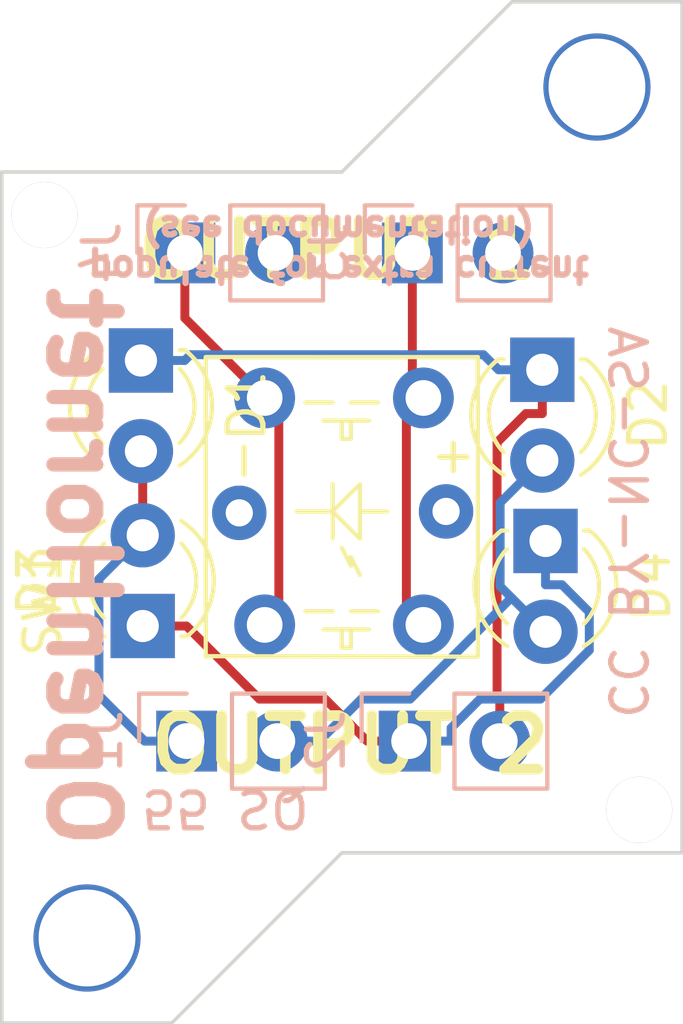
<source format=kicad_pcb>
(kicad_pcb (version 20171130) (host pcbnew "(5.1.5-0-10_14)")

  (general
    (thickness 1.6)
    (drawings 14)
    (tracks 49)
    (zones 0)
    (modules 13)
    (nets 11)
  )

  (page A4)
  (layers
    (0 F.Cu signal)
    (31 B.Cu signal)
    (32 B.Adhes user hide)
    (33 F.Adhes user hide)
    (34 B.Paste user)
    (35 F.Paste user)
    (36 B.SilkS user)
    (37 F.SilkS user)
    (38 B.Mask user)
    (39 F.Mask user)
    (40 Dwgs.User user hide)
    (41 Cmts.User user hide)
    (42 Eco1.User user hide)
    (43 Eco2.User user hide)
    (44 Edge.Cuts user)
    (45 Margin user hide)
    (46 B.CrtYd user)
    (47 F.CrtYd user)
    (48 B.Fab user hide)
    (49 F.Fab user hide)
  )

  (setup
    (last_trace_width 0.25)
    (trace_clearance 0.2)
    (zone_clearance 0.508)
    (zone_45_only no)
    (trace_min 0.2)
    (via_size 0.6)
    (via_drill 0.4)
    (via_min_size 0.4)
    (via_min_drill 0.3)
    (uvia_size 0.3)
    (uvia_drill 0.1)
    (uvias_allowed no)
    (uvia_min_size 0.2)
    (uvia_min_drill 0.1)
    (edge_width 0.15)
    (segment_width 0.2)
    (pcb_text_width 0.3)
    (pcb_text_size 1.5 1.5)
    (mod_edge_width 0.15)
    (mod_text_size 1 1)
    (mod_text_width 0.15)
    (pad_size 0.6 0.6)
    (pad_drill 0.4)
    (pad_to_mask_clearance 0.2)
    (aux_axis_origin 158.05648 106.68498)
    (grid_origin 158.05648 106.68498)
    (visible_elements 7FFFFFFF)
    (pcbplotparams
      (layerselection 0x010fc_ffffffff)
      (usegerberextensions false)
      (usegerberattributes false)
      (usegerberadvancedattributes false)
      (creategerberjobfile false)
      (excludeedgelayer true)
      (linewidth 0.100000)
      (plotframeref false)
      (viasonmask false)
      (mode 1)
      (useauxorigin false)
      (hpglpennumber 1)
      (hpglpenspeed 20)
      (hpglpendiameter 15.000000)
      (psnegative false)
      (psa4output false)
      (plotreference true)
      (plotvalue true)
      (plotinvisibletext false)
      (padsonsilk false)
      (subtractmaskfromsilk false)
      (outputformat 1)
      (mirror false)
      (drillshape 0)
      (scaleselection 1)
      (outputdirectory "manufacturing/gerber/"))
  )

  (net 0 "")
  (net 1 "Net-(D1-Pad1)")
  (net 2 "Net-(D3-Pad1)")
  (net 3 "Net-(D1-Pad2)")
  (net 4 "Net-(D2-Pad2)")
  (net 5 "Net-(J3-Pad2)")
  (net 6 "Net-(J3-Pad1)")
  (net 7 "Net-(J4-Pad2)")
  (net 8 "Net-(J4-Pad1)")
  (net 9 "Net-(SW1-Pad6)")
  (net 10 "Net-(SW1-Pad5)")

  (net_class Default "This is the default net class."
    (clearance 0.2)
    (trace_width 0.25)
    (via_dia 0.6)
    (via_drill 0.4)
    (uvia_dia 0.3)
    (uvia_drill 0.1)
    (add_net "Net-(D1-Pad1)")
    (add_net "Net-(D1-Pad2)")
    (add_net "Net-(D2-Pad2)")
    (add_net "Net-(D3-Pad1)")
    (add_net "Net-(J3-Pad1)")
    (add_net "Net-(J3-Pad2)")
    (add_net "Net-(J4-Pad1)")
    (add_net "Net-(J4-Pad2)")
    (add_net "Net-(SW1-Pad5)")
    (add_net "Net-(SW1-Pad6)")
  )

  (module PT_Library_v001:PT_Small_Tactile_Switch_With_LED locked (layer F.Cu) (tedit 5EE4152B) (tstamp 5A7BFA59)
    (at 167.57 92.3785 270)
    (path /5A7BCF73)
    (fp_text reference SW1 (at 2.54 8.374 90) (layer F.SilkS)
      (effects (font (size 1 1) (thickness 0.15)))
    )
    (fp_text value push (at 0 -0.5 90) (layer F.Fab)
      (effects (font (size 1 1) (thickness 0.15)))
    )
    (fp_line (start -4.318 -3.81) (end -3.048 -3.81) (layer F.SilkS) (width 0.12))
    (fp_line (start -4.32 3.81) (end -4.318 -3.81) (layer F.SilkS) (width 0.12))
    (fp_line (start 4.07 3.81) (end -4.312 3.81) (layer F.SilkS) (width 0.12))
    (fp_line (start 4.064 -3.81) (end 4.05 3.81) (layer F.SilkS) (width 0.12))
    (fp_line (start -4.064 -3.81) (end 4.064 -3.81) (layer F.SilkS) (width 0.12))
    (fp_text user - (at -1.42 2.81 90) (layer F.SilkS)
      (effects (font (size 1 1) (thickness 0.15)))
    )
    (fp_line (start 3.81 0) (end 3.302 0) (layer F.SilkS) (width 0.12))
    (fp_line (start 2.794 -1.016) (end 2.794 -0.254) (layer F.SilkS) (width 0.12))
    (fp_line (start 3.81 -0.254) (end 3.81 0) (layer F.SilkS) (width 0.12))
    (fp_line (start 3.302 -0.762) (end 3.302 0.508) (layer F.SilkS) (width 0.12))
    (fp_line (start 2.794 0.254) (end 2.794 1.016) (layer F.SilkS) (width 0.12))
    (fp_line (start 3.302 -0.254) (end 3.81 -0.254) (layer F.SilkS) (width 0.12))
    (fp_line (start -2.032 0) (end -2.54 0) (layer F.SilkS) (width 0.12))
    (fp_line (start -2.032 -0.254) (end -2.032 0) (layer F.SilkS) (width 0.12))
    (fp_line (start -2.54 -0.254) (end -2.032 -0.254) (layer F.SilkS) (width 0.12))
    (fp_line (start -2.54 -0.762) (end -2.54 0.508) (layer F.SilkS) (width 0.12))
    (fp_line (start -3.048 0.254) (end -3.048 1.016) (layer F.SilkS) (width 0.12))
    (fp_line (start -3.048 -1.016) (end -3.048 -0.254) (layer F.SilkS) (width 0.12))
    (fp_line (start 1.524 -0.254) (end 1.016 0) (layer F.SilkS) (width 0.12))
    (fp_line (start 1.27 -0.254) (end 1.524 -0.254) (layer F.SilkS) (width 0.12))
    (fp_line (start 1.778 -0.508) (end 1.27 -0.254) (layer F.SilkS) (width 0.12))
    (fp_line (start 0 0.254) (end 0 1.27) (layer F.SilkS) (width 0.12))
    (fp_line (start -0.762 0.254) (end 0 0.254) (layer F.SilkS) (width 0.12))
    (fp_line (start 0.762 0.254) (end -0.762 0.254) (layer F.SilkS) (width 0.12))
    (fp_line (start -0.762 -0.508) (end 0 -0.508) (layer F.SilkS) (width 0.12))
    (fp_line (start 0 0.254) (end -0.762 -0.508) (layer F.SilkS) (width 0.12))
    (fp_line (start 0.762 -0.508) (end 0 0.254) (layer F.SilkS) (width 0.12))
    (fp_line (start 0 -0.508) (end 0.762 -0.508) (layer F.SilkS) (width 0.12))
    (fp_line (start 0 -1.27) (end 0 -0.508) (layer F.SilkS) (width 0.12))
    (fp_text user + (at -1.524 -3.048 90) (layer F.SilkS)
      (effects (font (size 1 1) (thickness 0.15)))
    )
    (pad 6 thru_hole circle (at 0.04 2.87 270) (size 1.524 1.524) (drill 0.762) (layers *.Cu *.Mask)
      (net 9 "Net-(SW1-Pad6)"))
    (pad 5 thru_hole circle (at 0 -2.921 270) (size 1.524 1.524) (drill 0.762) (layers *.Cu *.Mask)
      (net 10 "Net-(SW1-Pad5)"))
    (pad 4 thru_hole circle (at 3.175 2.159 270) (size 1.7 1.7) (drill 1) (layers *.Cu *.Mask)
      (net 8 "Net-(J4-Pad1)"))
    (pad 3 thru_hole circle (at -3.175 2.159 270) (size 1.7 1.7) (drill 1) (layers *.Cu *.Mask)
      (net 8 "Net-(J4-Pad1)"))
    (pad 2 thru_hole circle (at 3.175 -2.286 270) (size 1.7 1.7) (drill 1) (layers *.Cu *.Mask)
      (net 6 "Net-(J3-Pad1)"))
    (pad 1 thru_hole circle (at -3.175 -2.286 270) (size 1.7 1.7) (drill 1) (layers *.Cu *.Mask)
      (net 6 "Net-(J3-Pad1)"))
  )

  (module Connector_PinHeader_2.54mm:PinHeader_1x02_P2.54mm_Vertical (layer B.Cu) (tedit 59FED5CC) (tstamp 5EE5D7DE)
    (at 163.176 85.145 270)
    (descr "Through hole straight pin header, 1x02, 2.54mm pitch, single row")
    (tags "Through hole pin header THT 1x02 2.54mm single row")
    (path /5EE5B359)
    (fp_text reference J4 (at 0 2.33 270) (layer B.SilkS)
      (effects (font (size 1 1) (thickness 0.15)) (justify mirror))
    )
    (fp_text value Conn_01x02_Female (at 0 -4.87 270) (layer B.Fab)
      (effects (font (size 1 1) (thickness 0.15)) (justify mirror))
    )
    (fp_text user %R (at 0 -1.27) (layer B.Fab)
      (effects (font (size 1 1) (thickness 0.15)) (justify mirror))
    )
    (fp_line (start 1.8 1.8) (end -1.8 1.8) (layer B.CrtYd) (width 0.05))
    (fp_line (start 1.8 -4.35) (end 1.8 1.8) (layer B.CrtYd) (width 0.05))
    (fp_line (start -1.8 -4.35) (end 1.8 -4.35) (layer B.CrtYd) (width 0.05))
    (fp_line (start -1.8 1.8) (end -1.8 -4.35) (layer B.CrtYd) (width 0.05))
    (fp_line (start -1.33 1.33) (end 0 1.33) (layer B.SilkS) (width 0.12))
    (fp_line (start -1.33 0) (end -1.33 1.33) (layer B.SilkS) (width 0.12))
    (fp_line (start -1.33 -1.27) (end 1.33 -1.27) (layer B.SilkS) (width 0.12))
    (fp_line (start 1.33 -1.27) (end 1.33 -3.87) (layer B.SilkS) (width 0.12))
    (fp_line (start -1.33 -1.27) (end -1.33 -3.87) (layer B.SilkS) (width 0.12))
    (fp_line (start -1.33 -3.87) (end 1.33 -3.87) (layer B.SilkS) (width 0.12))
    (fp_line (start -1.27 0.635) (end -0.635 1.27) (layer B.Fab) (width 0.1))
    (fp_line (start -1.27 -3.81) (end -1.27 0.635) (layer B.Fab) (width 0.1))
    (fp_line (start 1.27 -3.81) (end -1.27 -3.81) (layer B.Fab) (width 0.1))
    (fp_line (start 1.27 1.27) (end 1.27 -3.81) (layer B.Fab) (width 0.1))
    (fp_line (start -0.635 1.27) (end 1.27 1.27) (layer B.Fab) (width 0.1))
    (pad 2 thru_hole oval (at 0 -2.54 270) (size 1.7 1.7) (drill 1) (layers *.Cu *.Mask)
      (net 7 "Net-(J4-Pad2)"))
    (pad 1 thru_hole rect (at 0 0 270) (size 1.7 1.7) (drill 1) (layers *.Cu *.Mask)
      (net 8 "Net-(J4-Pad1)"))
    (model ${KISYS3DMOD}/Connector_PinHeader_2.54mm.3dshapes/PinHeader_1x02_P2.54mm_Vertical.wrl
      (at (xyz 0 0 0))
      (scale (xyz 1 1 1))
      (rotate (xyz 0 0 0))
    )
  )

  (module Connector_PinHeader_2.54mm:PinHeader_1x02_P2.54mm_Vertical (layer B.Cu) (tedit 59FED5CC) (tstamp 5EE5D7C8)
    (at 169.546 85.145 270)
    (descr "Through hole straight pin header, 1x02, 2.54mm pitch, single row")
    (tags "Through hole pin header THT 1x02 2.54mm single row")
    (path /5EE5A9D9)
    (fp_text reference J3 (at 0 2.33 270) (layer B.SilkS)
      (effects (font (size 1 1) (thickness 0.15)) (justify mirror))
    )
    (fp_text value Conn_01x02_Female (at 0 -4.87 270) (layer B.Fab)
      (effects (font (size 1 1) (thickness 0.15)) (justify mirror))
    )
    (fp_text user %R (at 0 -1.27) (layer B.Fab)
      (effects (font (size 1 1) (thickness 0.15)) (justify mirror))
    )
    (fp_line (start 1.8 1.8) (end -1.8 1.8) (layer B.CrtYd) (width 0.05))
    (fp_line (start 1.8 -4.35) (end 1.8 1.8) (layer B.CrtYd) (width 0.05))
    (fp_line (start -1.8 -4.35) (end 1.8 -4.35) (layer B.CrtYd) (width 0.05))
    (fp_line (start -1.8 1.8) (end -1.8 -4.35) (layer B.CrtYd) (width 0.05))
    (fp_line (start -1.33 1.33) (end 0 1.33) (layer B.SilkS) (width 0.12))
    (fp_line (start -1.33 0) (end -1.33 1.33) (layer B.SilkS) (width 0.12))
    (fp_line (start -1.33 -1.27) (end 1.33 -1.27) (layer B.SilkS) (width 0.12))
    (fp_line (start 1.33 -1.27) (end 1.33 -3.87) (layer B.SilkS) (width 0.12))
    (fp_line (start -1.33 -1.27) (end -1.33 -3.87) (layer B.SilkS) (width 0.12))
    (fp_line (start -1.33 -3.87) (end 1.33 -3.87) (layer B.SilkS) (width 0.12))
    (fp_line (start -1.27 0.635) (end -0.635 1.27) (layer B.Fab) (width 0.1))
    (fp_line (start -1.27 -3.81) (end -1.27 0.635) (layer B.Fab) (width 0.1))
    (fp_line (start 1.27 -3.81) (end -1.27 -3.81) (layer B.Fab) (width 0.1))
    (fp_line (start 1.27 1.27) (end 1.27 -3.81) (layer B.Fab) (width 0.1))
    (fp_line (start -0.635 1.27) (end 1.27 1.27) (layer B.Fab) (width 0.1))
    (pad 2 thru_hole oval (at 0 -2.54 270) (size 1.7 1.7) (drill 1) (layers *.Cu *.Mask)
      (net 5 "Net-(J3-Pad2)"))
    (pad 1 thru_hole rect (at 0 0 270) (size 1.7 1.7) (drill 1) (layers *.Cu *.Mask)
      (net 6 "Net-(J3-Pad1)"))
    (model ${KISYS3DMOD}/Connector_PinHeader_2.54mm.3dshapes/PinHeader_1x02_P2.54mm_Vertical.wrl
      (at (xyz 0 0 0))
      (scale (xyz 1 1 1))
      (rotate (xyz 0 0 0))
    )
  )

  (module Connector_PinHeader_2.54mm:PinHeader_1x02_P2.54mm_Vertical (layer B.Cu) (tedit 59FED5CC) (tstamp 5EE5D7B2)
    (at 169.456 98.805 270)
    (descr "Through hole straight pin header, 1x02, 2.54mm pitch, single row")
    (tags "Through hole pin header THT 1x02 2.54mm single row")
    (path /5EE5BA11)
    (fp_text reference J2 (at 0 2.33 270) (layer B.SilkS)
      (effects (font (size 1 1) (thickness 0.15)) (justify mirror))
    )
    (fp_text value Conn_01x02_Female (at 0 -4.87 270) (layer B.Fab)
      (effects (font (size 1 1) (thickness 0.15)) (justify mirror))
    )
    (fp_text user %R (at 0 -1.27) (layer B.Fab)
      (effects (font (size 1 1) (thickness 0.15)) (justify mirror))
    )
    (fp_line (start 1.8 1.8) (end -1.8 1.8) (layer B.CrtYd) (width 0.05))
    (fp_line (start 1.8 -4.35) (end 1.8 1.8) (layer B.CrtYd) (width 0.05))
    (fp_line (start -1.8 -4.35) (end 1.8 -4.35) (layer B.CrtYd) (width 0.05))
    (fp_line (start -1.8 1.8) (end -1.8 -4.35) (layer B.CrtYd) (width 0.05))
    (fp_line (start -1.33 1.33) (end 0 1.33) (layer B.SilkS) (width 0.12))
    (fp_line (start -1.33 0) (end -1.33 1.33) (layer B.SilkS) (width 0.12))
    (fp_line (start -1.33 -1.27) (end 1.33 -1.27) (layer B.SilkS) (width 0.12))
    (fp_line (start 1.33 -1.27) (end 1.33 -3.87) (layer B.SilkS) (width 0.12))
    (fp_line (start -1.33 -1.27) (end -1.33 -3.87) (layer B.SilkS) (width 0.12))
    (fp_line (start -1.33 -3.87) (end 1.33 -3.87) (layer B.SilkS) (width 0.12))
    (fp_line (start -1.27 0.635) (end -0.635 1.27) (layer B.Fab) (width 0.1))
    (fp_line (start -1.27 -3.81) (end -1.27 0.635) (layer B.Fab) (width 0.1))
    (fp_line (start 1.27 -3.81) (end -1.27 -3.81) (layer B.Fab) (width 0.1))
    (fp_line (start 1.27 1.27) (end 1.27 -3.81) (layer B.Fab) (width 0.1))
    (fp_line (start -0.635 1.27) (end 1.27 1.27) (layer B.Fab) (width 0.1))
    (pad 2 thru_hole oval (at 0 -2.54 270) (size 1.7 1.7) (drill 1) (layers *.Cu *.Mask)
      (net 1 "Net-(D1-Pad1)"))
    (pad 1 thru_hole rect (at 0 0 270) (size 1.7 1.7) (drill 1) (layers *.Cu *.Mask)
      (net 2 "Net-(D3-Pad1)"))
    (model ${KISYS3DMOD}/Connector_PinHeader_2.54mm.3dshapes/PinHeader_1x02_P2.54mm_Vertical.wrl
      (at (xyz 0 0 0))
      (scale (xyz 1 1 1))
      (rotate (xyz 0 0 0))
    )
  )

  (module Connector_PinHeader_2.54mm:PinHeader_1x02_P2.54mm_Vertical (layer B.Cu) (tedit 59FED5CC) (tstamp 5EE5D79C)
    (at 163.226 98.805 270)
    (descr "Through hole straight pin header, 1x02, 2.54mm pitch, single row")
    (tags "Through hole pin header THT 1x02 2.54mm single row")
    (path /5EE5C1EE)
    (fp_text reference J1 (at 0 2.33 270) (layer B.SilkS)
      (effects (font (size 1 1) (thickness 0.15)) (justify mirror))
    )
    (fp_text value Conn_01x02_Female (at 0 -4.87 270) (layer B.Fab)
      (effects (font (size 1 1) (thickness 0.15)) (justify mirror))
    )
    (fp_text user %R (at 0 -1.27) (layer B.Fab)
      (effects (font (size 1 1) (thickness 0.15)) (justify mirror))
    )
    (fp_line (start 1.8 1.8) (end -1.8 1.8) (layer B.CrtYd) (width 0.05))
    (fp_line (start 1.8 -4.35) (end 1.8 1.8) (layer B.CrtYd) (width 0.05))
    (fp_line (start -1.8 -4.35) (end 1.8 -4.35) (layer B.CrtYd) (width 0.05))
    (fp_line (start -1.8 1.8) (end -1.8 -4.35) (layer B.CrtYd) (width 0.05))
    (fp_line (start -1.33 1.33) (end 0 1.33) (layer B.SilkS) (width 0.12))
    (fp_line (start -1.33 0) (end -1.33 1.33) (layer B.SilkS) (width 0.12))
    (fp_line (start -1.33 -1.27) (end 1.33 -1.27) (layer B.SilkS) (width 0.12))
    (fp_line (start 1.33 -1.27) (end 1.33 -3.87) (layer B.SilkS) (width 0.12))
    (fp_line (start -1.33 -1.27) (end -1.33 -3.87) (layer B.SilkS) (width 0.12))
    (fp_line (start -1.33 -3.87) (end 1.33 -3.87) (layer B.SilkS) (width 0.12))
    (fp_line (start -1.27 0.635) (end -0.635 1.27) (layer B.Fab) (width 0.1))
    (fp_line (start -1.27 -3.81) (end -1.27 0.635) (layer B.Fab) (width 0.1))
    (fp_line (start 1.27 -3.81) (end -1.27 -3.81) (layer B.Fab) (width 0.1))
    (fp_line (start 1.27 1.27) (end 1.27 -3.81) (layer B.Fab) (width 0.1))
    (fp_line (start -0.635 1.27) (end 1.27 1.27) (layer B.Fab) (width 0.1))
    (pad 2 thru_hole oval (at 0 -2.54 270) (size 1.7 1.7) (drill 1) (layers *.Cu *.Mask)
      (net 4 "Net-(D2-Pad2)"))
    (pad 1 thru_hole rect (at 0 0 270) (size 1.7 1.7) (drill 1) (layers *.Cu *.Mask)
      (net 3 "Net-(D1-Pad2)"))
    (model ${KISYS3DMOD}/Connector_PinHeader_2.54mm.3dshapes/PinHeader_1x02_P2.54mm_Vertical.wrl
      (at (xyz 0 0 0))
      (scale (xyz 1 1 1))
      (rotate (xyz 0 0 0))
    )
  )

  (module LED_THT:LED_D3.0mm (layer F.Cu) (tedit 587A3A7B) (tstamp 5A7BFA01)
    (at 173.276 93.205 270)
    (descr "LED, diameter 3.0mm, 2 pins")
    (tags "LED diameter 3.0mm 2 pins")
    (path /5A7BDE93)
    (fp_text reference D4 (at 1.27 -2.96 90) (layer F.SilkS)
      (effects (font (size 1 1) (thickness 0.15)))
    )
    (fp_text value LED (at 1.27 2.96 90) (layer F.Fab)
      (effects (font (size 1 1) (thickness 0.15)))
    )
    (fp_line (start 3.7 -2.25) (end -1.15 -2.25) (layer F.CrtYd) (width 0.05))
    (fp_line (start 3.7 2.25) (end 3.7 -2.25) (layer F.CrtYd) (width 0.05))
    (fp_line (start -1.15 2.25) (end 3.7 2.25) (layer F.CrtYd) (width 0.05))
    (fp_line (start -1.15 -2.25) (end -1.15 2.25) (layer F.CrtYd) (width 0.05))
    (fp_line (start -0.29 1.08) (end -0.29 1.236) (layer F.SilkS) (width 0.12))
    (fp_line (start -0.29 -1.236) (end -0.29 -1.08) (layer F.SilkS) (width 0.12))
    (fp_line (start -0.23 -1.16619) (end -0.23 1.16619) (layer F.Fab) (width 0.1))
    (fp_circle (center 1.27 0) (end 2.77 0) (layer F.Fab) (width 0.1))
    (fp_arc (start 1.27 0) (end 0.229039 1.08) (angle -87.9) (layer F.SilkS) (width 0.12))
    (fp_arc (start 1.27 0) (end 0.229039 -1.08) (angle 87.9) (layer F.SilkS) (width 0.12))
    (fp_arc (start 1.27 0) (end -0.29 1.235516) (angle -108.8) (layer F.SilkS) (width 0.12))
    (fp_arc (start 1.27 0) (end -0.29 -1.235516) (angle 108.8) (layer F.SilkS) (width 0.12))
    (fp_arc (start 1.27 0) (end -0.23 -1.16619) (angle 284.3) (layer F.Fab) (width 0.1))
    (pad 2 thru_hole circle (at 2.54 0 270) (size 1.8 1.8) (drill 0.9) (layers *.Cu *.Mask)
      (net 4 "Net-(D2-Pad2)"))
    (pad 1 thru_hole rect (at 0 0 270) (size 1.8 1.8) (drill 0.9) (layers *.Cu *.Mask)
      (net 2 "Net-(D3-Pad1)"))
    (model ${KISYS3DMOD}/LED_THT.3dshapes/LED_D3.0mm.wrl
      (at (xyz 0 0 0))
      (scale (xyz 1 1 1))
      (rotate (xyz 0 0 0))
    )
  )

  (module LED_THT:LED_D3.0mm (layer F.Cu) (tedit 587A3A7B) (tstamp 5A7BF9EC)
    (at 161.996 95.585 90)
    (descr "LED, diameter 3.0mm, 2 pins")
    (tags "LED diameter 3.0mm 2 pins")
    (path /5A7BDE66)
    (fp_text reference D3 (at 1.27 -2.96 90) (layer F.SilkS)
      (effects (font (size 1 1) (thickness 0.15)))
    )
    (fp_text value LED (at 1.27 2.96 90) (layer F.Fab)
      (effects (font (size 1 1) (thickness 0.15)))
    )
    (fp_line (start 3.7 -2.25) (end -1.15 -2.25) (layer F.CrtYd) (width 0.05))
    (fp_line (start 3.7 2.25) (end 3.7 -2.25) (layer F.CrtYd) (width 0.05))
    (fp_line (start -1.15 2.25) (end 3.7 2.25) (layer F.CrtYd) (width 0.05))
    (fp_line (start -1.15 -2.25) (end -1.15 2.25) (layer F.CrtYd) (width 0.05))
    (fp_line (start -0.29 1.08) (end -0.29 1.236) (layer F.SilkS) (width 0.12))
    (fp_line (start -0.29 -1.236) (end -0.29 -1.08) (layer F.SilkS) (width 0.12))
    (fp_line (start -0.23 -1.16619) (end -0.23 1.16619) (layer F.Fab) (width 0.1))
    (fp_circle (center 1.27 0) (end 2.77 0) (layer F.Fab) (width 0.1))
    (fp_arc (start 1.27 0) (end 0.229039 1.08) (angle -87.9) (layer F.SilkS) (width 0.12))
    (fp_arc (start 1.27 0) (end 0.229039 -1.08) (angle 87.9) (layer F.SilkS) (width 0.12))
    (fp_arc (start 1.27 0) (end -0.29 1.235516) (angle -108.8) (layer F.SilkS) (width 0.12))
    (fp_arc (start 1.27 0) (end -0.29 -1.235516) (angle 108.8) (layer F.SilkS) (width 0.12))
    (fp_arc (start 1.27 0) (end -0.23 -1.16619) (angle 284.3) (layer F.Fab) (width 0.1))
    (pad 2 thru_hole circle (at 2.54 0 90) (size 1.8 1.8) (drill 0.9) (layers *.Cu *.Mask)
      (net 3 "Net-(D1-Pad2)"))
    (pad 1 thru_hole rect (at 0 0 90) (size 1.8 1.8) (drill 0.9) (layers *.Cu *.Mask)
      (net 2 "Net-(D3-Pad1)"))
    (model ${KISYS3DMOD}/LED_THT.3dshapes/LED_D3.0mm.wrl
      (at (xyz 0 0 0))
      (scale (xyz 1 1 1))
      (rotate (xyz 0 0 0))
    )
  )

  (module LED_THT:LED_D3.0mm (layer F.Cu) (tedit 587A3A7B) (tstamp 5A7BF9D7)
    (at 173.186 88.415 270)
    (descr "LED, diameter 3.0mm, 2 pins")
    (tags "LED diameter 3.0mm 2 pins")
    (path /5A7BDE34)
    (fp_text reference D2 (at 1.27 -2.96 90) (layer F.SilkS)
      (effects (font (size 1 1) (thickness 0.15)))
    )
    (fp_text value LED (at 1.27 2.96 90) (layer F.Fab)
      (effects (font (size 1 1) (thickness 0.15)))
    )
    (fp_line (start 3.7 -2.25) (end -1.15 -2.25) (layer F.CrtYd) (width 0.05))
    (fp_line (start 3.7 2.25) (end 3.7 -2.25) (layer F.CrtYd) (width 0.05))
    (fp_line (start -1.15 2.25) (end 3.7 2.25) (layer F.CrtYd) (width 0.05))
    (fp_line (start -1.15 -2.25) (end -1.15 2.25) (layer F.CrtYd) (width 0.05))
    (fp_line (start -0.29 1.08) (end -0.29 1.236) (layer F.SilkS) (width 0.12))
    (fp_line (start -0.29 -1.236) (end -0.29 -1.08) (layer F.SilkS) (width 0.12))
    (fp_line (start -0.23 -1.16619) (end -0.23 1.16619) (layer F.Fab) (width 0.1))
    (fp_circle (center 1.27 0) (end 2.77 0) (layer F.Fab) (width 0.1))
    (fp_arc (start 1.27 0) (end 0.229039 1.08) (angle -87.9) (layer F.SilkS) (width 0.12))
    (fp_arc (start 1.27 0) (end 0.229039 -1.08) (angle 87.9) (layer F.SilkS) (width 0.12))
    (fp_arc (start 1.27 0) (end -0.29 1.235516) (angle -108.8) (layer F.SilkS) (width 0.12))
    (fp_arc (start 1.27 0) (end -0.29 -1.235516) (angle 108.8) (layer F.SilkS) (width 0.12))
    (fp_arc (start 1.27 0) (end -0.23 -1.16619) (angle 284.3) (layer F.Fab) (width 0.1))
    (pad 2 thru_hole circle (at 2.54 0 270) (size 1.8 1.8) (drill 0.9) (layers *.Cu *.Mask)
      (net 4 "Net-(D2-Pad2)"))
    (pad 1 thru_hole rect (at 0 0 270) (size 1.8 1.8) (drill 0.9) (layers *.Cu *.Mask)
      (net 1 "Net-(D1-Pad1)"))
    (model ${KISYS3DMOD}/LED_THT.3dshapes/LED_D3.0mm.wrl
      (at (xyz 0 0 0))
      (scale (xyz 1 1 1))
      (rotate (xyz 0 0 0))
    )
  )

  (module LED_THT:LED_D3.0mm (layer F.Cu) (tedit 587A3A7B) (tstamp 5A7BF9C2)
    (at 161.946 88.155 270)
    (descr "LED, diameter 3.0mm, 2 pins")
    (tags "LED diameter 3.0mm 2 pins")
    (path /5A7BDB8B)
    (fp_text reference D1 (at 1.27 -2.96 90) (layer F.SilkS)
      (effects (font (size 1 1) (thickness 0.15)))
    )
    (fp_text value LED (at 1.27 2.96 90) (layer F.Fab)
      (effects (font (size 1 1) (thickness 0.15)))
    )
    (fp_line (start 3.7 -2.25) (end -1.15 -2.25) (layer F.CrtYd) (width 0.05))
    (fp_line (start 3.7 2.25) (end 3.7 -2.25) (layer F.CrtYd) (width 0.05))
    (fp_line (start -1.15 2.25) (end 3.7 2.25) (layer F.CrtYd) (width 0.05))
    (fp_line (start -1.15 -2.25) (end -1.15 2.25) (layer F.CrtYd) (width 0.05))
    (fp_line (start -0.29 1.08) (end -0.29 1.236) (layer F.SilkS) (width 0.12))
    (fp_line (start -0.29 -1.236) (end -0.29 -1.08) (layer F.SilkS) (width 0.12))
    (fp_line (start -0.23 -1.16619) (end -0.23 1.16619) (layer F.Fab) (width 0.1))
    (fp_circle (center 1.27 0) (end 2.77 0) (layer F.Fab) (width 0.1))
    (fp_arc (start 1.27 0) (end 0.229039 1.08) (angle -87.9) (layer F.SilkS) (width 0.12))
    (fp_arc (start 1.27 0) (end 0.229039 -1.08) (angle 87.9) (layer F.SilkS) (width 0.12))
    (fp_arc (start 1.27 0) (end -0.29 1.235516) (angle -108.8) (layer F.SilkS) (width 0.12))
    (fp_arc (start 1.27 0) (end -0.29 -1.235516) (angle 108.8) (layer F.SilkS) (width 0.12))
    (fp_arc (start 1.27 0) (end -0.23 -1.16619) (angle 284.3) (layer F.Fab) (width 0.1))
    (pad 2 thru_hole circle (at 2.54 0 270) (size 1.8 1.8) (drill 0.9) (layers *.Cu *.Mask)
      (net 3 "Net-(D1-Pad2)"))
    (pad 1 thru_hole rect (at 0 0 270) (size 1.8 1.8) (drill 0.9) (layers *.Cu *.Mask)
      (net 1 "Net-(D1-Pad1)"))
    (model ${KISYS3DMOD}/LED_THT.3dshapes/LED_D3.0mm.wrl
      (at (xyz 0 0 0))
      (scale (xyz 1 1 1))
      (rotate (xyz 0 0 0))
    )
  )

  (module Mouting_Hole_2.71mm locked (layer F.Cu) (tedit 5A7BD635) (tstamp 5A7BD75D)
    (at 160.436 104.314 180)
    (fp_text reference H4 (at 0.54 1.88 180) (layer F.SilkS) hide
      (effects (font (size 1 1) (thickness 0.15)))
    )
    (fp_text value Mouting_Hole_2.71mm (at 0.32 1.73 180) (layer F.Fab) hide
      (effects (font (size 1 1) (thickness 0.15)))
    )
    (pad 1 thru_hole circle (at 0 0 180) (size 3 3) (drill 2.71) (layers *.Cu)
      (clearance 0.5) (zone_connect 0))
  )

  (module Mouting_Hole_2.71mm locked (layer F.Cu) (tedit 5A7BD635) (tstamp 5A7BD683)
    (at 174.716 80.5035 180)
    (fp_text reference H2 (at 0.54 1.88 180) (layer F.SilkS) hide
      (effects (font (size 1 1) (thickness 0.15)))
    )
    (fp_text value Mouting_Hole_2.71mm (at 0.32 1.73 180) (layer F.Fab) hide
      (effects (font (size 1 1) (thickness 0.15)))
    )
    (pad 1 thru_hole circle (at 0 0 180) (size 3 3) (drill 2.71) (layers *.Cu)
      (clearance 0.5) (zone_connect 0))
  )

  (module Mouting_Hole_1.85mm locked (layer F.Cu) (tedit 5A7BD47A) (tstamp 5A7BD50C)
    (at 159.246 84.0835 180)
    (fp_text reference H3 (at 0.54 1.88 180) (layer F.SilkS) hide
      (effects (font (size 1 1) (thickness 0.15)))
    )
    (fp_text value Mouting_Hole_1.85mm (at 0.32 1.73 180) (layer F.Fab) hide
      (effects (font (size 1 1) (thickness 0.15)))
    )
    (pad 1 thru_hole circle (at 0 0 180) (size 1.85 1.85) (drill 1.85) (layers *.Cu)
      (clearance 0.5) (zone_connect 0))
  )

  (module Mouting_Hole_1.85mm locked (layer F.Cu) (tedit 5A7BD47A) (tstamp 5A7BD4C0)
    (at 175.898 100.73 180)
    (fp_text reference H1 (at 0.54 1.88 180) (layer F.SilkS) hide
      (effects (font (size 1 1) (thickness 0.15)))
    )
    (fp_text value Mouting_Hole_1.85mm (at 0.32 1.73 180) (layer F.Fab) hide
      (effects (font (size 1 1) (thickness 0.15)))
    )
    (pad 1 thru_hole circle (at 0 0 180) (size 1.85 1.85) (drill 1.85) (layers *.Cu)
      (clearance 0.5) (zone_connect 0))
  )

  (gr_text "CC BY-NC-SA" (at 175.55648 92.68498 270) (layer B.SilkS)
    (effects (font (size 1 1) (thickness 0.15)) (justify mirror))
  )
  (gr_text "55 SQ" (at 164.30648 100.68498 180) (layer B.SilkS)
    (effects (font (size 1 1) (thickness 0.15)) (justify mirror))
  )
  (gr_text OpenHornet (at 160.30648 93.93498 270) (layer B.SilkS)
    (effects (font (size 1.8 1.8) (thickness 0.4)) (justify mirror))
  )
  (gr_text "OUTPUT 2" (at 167.81008 98.91258) (layer F.SilkS)
    (effects (font (size 1.5 1.5) (thickness 0.3)))
  )
  (gr_text "OUTPUT 1" (at 167.449533 85.068539) (layer F.SilkS)
    (effects (font (size 1.5 1.5) (thickness 0.3)))
  )
  (gr_text "populate for extra current\n(see documentation)" (at 167.479533 85.038539 180) (layer B.SilkS)
    (effects (font (size 0.7 0.7) (thickness 0.175)) (justify mirror))
  )
  (gr_line (start 158.049533 106.693539) (end 158.049533 82.881039) (layer Edge.Cuts) (width 0.1))
  (gr_line (start 162.812033 106.693539) (end 167.574533 101.931039) (layer Edge.Cuts) (width 0.1))
  (gr_line (start 158.049533 82.881039) (end 167.574533 82.881039) (layer Edge.Cuts) (width 0.1))
  (gr_line (start 172.337033 78.118539) (end 167.574533 82.881039) (layer Edge.Cuts) (width 0.1))
  (gr_line (start 172.337033 78.118539) (end 177.099533 78.118539) (layer Edge.Cuts) (width 0.1))
  (gr_line (start 177.099533 78.118539) (end 177.099533 101.931039) (layer Edge.Cuts) (width 0.1))
  (gr_line (start 162.812033 106.693539) (end 158.049533 106.693539) (layer Edge.Cuts) (width 0.1))
  (gr_line (start 177.099533 101.931039) (end 167.574533 101.931039) (layer Edge.Cuts) (width 0.1))

  (segment (start 171.996 98.805) (end 171.996 97.6297) (width 0.25) (layer F.Cu) (net 1))
  (segment (start 173.186 88.415) (end 173.186 89.6403) (width 0.25) (layer F.Cu) (net 1))
  (segment (start 173.186 89.6403) (end 172.7265 89.6403) (width 0.25) (layer F.Cu) (net 1))
  (segment (start 172.7265 89.6403) (end 171.9187 90.4481) (width 0.25) (layer F.Cu) (net 1))
  (segment (start 171.9187 90.4481) (end 171.9187 97.5524) (width 0.25) (layer F.Cu) (net 1))
  (segment (start 171.9187 97.5524) (end 171.996 97.6297) (width 0.25) (layer F.Cu) (net 1))
  (segment (start 173.186 88.415) (end 171.9607 88.415) (width 0.25) (layer B.Cu) (net 1))
  (segment (start 161.946 88.155) (end 163.1713 88.155) (width 0.25) (layer B.Cu) (net 1))
  (segment (start 163.1713 88.155) (end 163.3321 87.9942) (width 0.25) (layer B.Cu) (net 1))
  (segment (start 163.3321 87.9942) (end 171.5399 87.9942) (width 0.25) (layer B.Cu) (net 1))
  (segment (start 171.5399 87.9942) (end 171.9607 88.415) (width 0.25) (layer B.Cu) (net 1))
  (segment (start 173.276 93.205) (end 173.276 94.4303) (width 0.25) (layer B.Cu) (net 2))
  (segment (start 169.456 98.805) (end 170.6313 98.805) (width 0.25) (layer B.Cu) (net 2))
  (segment (start 170.6313 98.805) (end 170.6313 98.4376) (width 0.25) (layer B.Cu) (net 2))
  (segment (start 170.6313 98.4376) (end 171.4392 97.6297) (width 0.25) (layer B.Cu) (net 2))
  (segment (start 171.4392 97.6297) (end 173.1331 97.6297) (width 0.25) (layer B.Cu) (net 2))
  (segment (start 173.1331 97.6297) (end 174.5013 96.2615) (width 0.25) (layer B.Cu) (net 2))
  (segment (start 174.5013 96.2615) (end 174.5013 95.196) (width 0.25) (layer B.Cu) (net 2))
  (segment (start 174.5013 95.196) (end 173.7356 94.4303) (width 0.25) (layer B.Cu) (net 2))
  (segment (start 173.7356 94.4303) (end 173.276 94.4303) (width 0.25) (layer B.Cu) (net 2))
  (segment (start 169.456 98.805) (end 168.2807 98.805) (width 0.25) (layer F.Cu) (net 2))
  (segment (start 161.996 95.585) (end 163.2213 95.585) (width 0.25) (layer F.Cu) (net 2))
  (segment (start 163.2213 95.585) (end 165.266 97.6297) (width 0.25) (layer F.Cu) (net 2))
  (segment (start 165.266 97.6297) (end 167.1054 97.6297) (width 0.25) (layer F.Cu) (net 2))
  (segment (start 167.1054 97.6297) (end 168.2807 98.805) (width 0.25) (layer F.Cu) (net 2))
  (segment (start 163.226 98.805) (end 162.0507 98.805) (width 0.25) (layer B.Cu) (net 3))
  (segment (start 161.996 93.045) (end 160.7706 94.2704) (width 0.25) (layer B.Cu) (net 3))
  (segment (start 160.7706 94.2704) (end 160.7706 97.5249) (width 0.25) (layer B.Cu) (net 3))
  (segment (start 160.7706 97.5249) (end 162.0507 98.805) (width 0.25) (layer B.Cu) (net 3))
  (segment (start 161.946 90.695) (end 161.996 90.745) (width 0.25) (layer F.Cu) (net 3))
  (segment (start 161.996 90.745) (end 161.996 93.045) (width 0.25) (layer F.Cu) (net 3))
  (segment (start 172.3224 94.7913) (end 173.276 95.745) (width 0.25) (layer B.Cu) (net 4))
  (segment (start 173.186 90.955) (end 172.0044 92.1366) (width 0.25) (layer B.Cu) (net 4))
  (segment (start 172.0044 92.1366) (end 172.0044 94.4734) (width 0.25) (layer B.Cu) (net 4))
  (segment (start 172.0044 94.4734) (end 172.3224 94.7913) (width 0.25) (layer B.Cu) (net 4))
  (segment (start 172.3224 94.7913) (end 169.484 97.6297) (width 0.25) (layer B.Cu) (net 4))
  (segment (start 169.484 97.6297) (end 168.1166 97.6297) (width 0.25) (layer B.Cu) (net 4))
  (segment (start 168.1166 97.6297) (end 166.9413 98.805) (width 0.25) (layer B.Cu) (net 4))
  (segment (start 165.766 98.805) (end 166.9413 98.805) (width 0.25) (layer B.Cu) (net 4))
  (segment (start 169.856 89.2035) (end 169.3793 89.6802) (width 0.25) (layer F.Cu) (net 6))
  (segment (start 169.3793 89.6802) (end 169.3793 95.0768) (width 0.25) (layer F.Cu) (net 6))
  (segment (start 169.3793 95.0768) (end 169.856 95.5535) (width 0.25) (layer F.Cu) (net 6))
  (segment (start 169.546 85.145) (end 169.546 88.8935) (width 0.25) (layer F.Cu) (net 6))
  (segment (start 169.546 88.8935) (end 169.856 89.2035) (width 0.25) (layer F.Cu) (net 6))
  (segment (start 165.411 89.2035) (end 165.8073 89.5998) (width 0.25) (layer F.Cu) (net 8))
  (segment (start 165.8073 89.5998) (end 165.8073 95.1572) (width 0.25) (layer F.Cu) (net 8))
  (segment (start 165.8073 95.1572) (end 165.411 95.5535) (width 0.25) (layer F.Cu) (net 8))
  (segment (start 163.176 85.145) (end 163.176 86.9685) (width 0.25) (layer F.Cu) (net 8))
  (segment (start 163.176 86.9685) (end 165.411 89.2035) (width 0.25) (layer F.Cu) (net 8))

)

</source>
